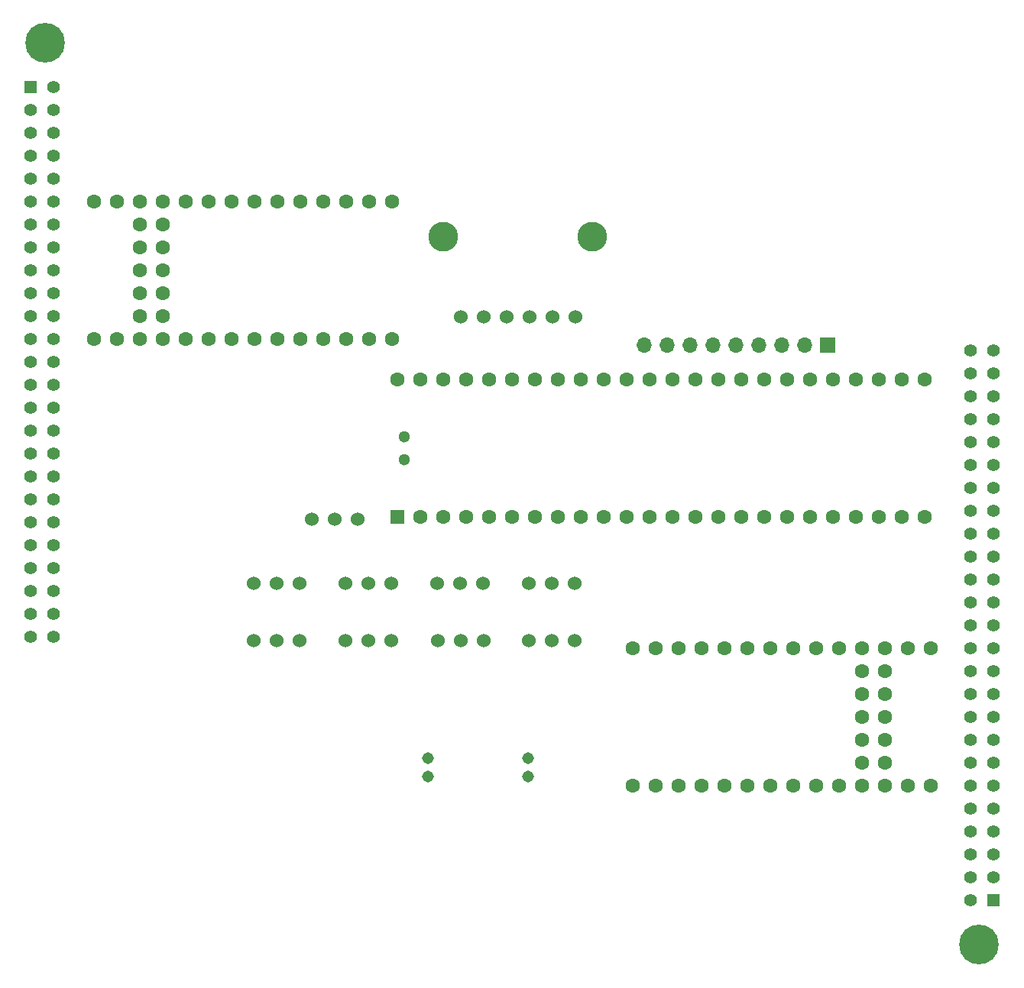
<source format=gbr>
%TF.GenerationSoftware,KiCad,Pcbnew,(6.0.5)*%
%TF.CreationDate,2022-07-10T16:44:07-04:00*%
%TF.ProjectId,64-STEPPER-CONTROLLER,36342d53-5445-4505-9045-522d434f4e54,rev?*%
%TF.SameCoordinates,Original*%
%TF.FileFunction,Soldermask,Bot*%
%TF.FilePolarity,Negative*%
%FSLAX46Y46*%
G04 Gerber Fmt 4.6, Leading zero omitted, Abs format (unit mm)*
G04 Created by KiCad (PCBNEW (6.0.5)) date 2022-07-10 16:44:07*
%MOMM*%
%LPD*%
G01*
G04 APERTURE LIST*
%ADD10C,1.524000*%
%ADD11R,1.600000X1.600000*%
%ADD12C,1.600000*%
%ADD13C,1.300000*%
%ADD14C,3.300000*%
%ADD15C,4.400000*%
%ADD16C,1.308000*%
%ADD17R,1.700000X1.700000*%
%ADD18O,1.700000X1.700000*%
%ADD19R,1.390000X1.390000*%
%ADD20C,1.390000*%
G04 APERTURE END LIST*
D10*
%TO.C,J3*%
X123115000Y-95040000D03*
X120575000Y-95040000D03*
X118035000Y-95040000D03*
%TD*%
D11*
%TO.C,U3*%
X133985000Y-87630000D03*
D12*
X136525000Y-87630000D03*
X139065000Y-87630000D03*
X141605000Y-87630000D03*
X144145000Y-87630000D03*
X146685000Y-87630000D03*
X149225000Y-87630000D03*
X151765000Y-87630000D03*
X154305000Y-87630000D03*
X156845000Y-87630000D03*
X159385000Y-87630000D03*
X161925000Y-87630000D03*
X164465000Y-87630000D03*
X167005000Y-87630000D03*
X169545000Y-87630000D03*
X172085000Y-87630000D03*
X174625000Y-87630000D03*
X177165000Y-87630000D03*
X179705000Y-87630000D03*
X182245000Y-87630000D03*
X184785000Y-87630000D03*
X187325000Y-87630000D03*
X189865000Y-87630000D03*
X192405000Y-87630000D03*
X192405000Y-72390000D03*
X189865000Y-72390000D03*
X187325000Y-72390000D03*
X184785000Y-72390000D03*
X182245000Y-72390000D03*
X179705000Y-72390000D03*
X177165000Y-72390000D03*
X174625000Y-72390000D03*
X172085000Y-72390000D03*
X169545000Y-72390000D03*
X167005000Y-72390000D03*
X164465000Y-72390000D03*
X161925000Y-72390000D03*
X159385000Y-72390000D03*
X156845000Y-72390000D03*
X154305000Y-72390000D03*
X151765000Y-72390000D03*
X149225000Y-72390000D03*
X146685000Y-72390000D03*
X144145000Y-72390000D03*
X141605000Y-72390000D03*
X139065000Y-72390000D03*
X136525000Y-72390000D03*
X133985000Y-72390000D03*
D13*
X134715000Y-78740000D03*
X134715000Y-81280000D03*
%TD*%
D10*
%TO.C,J7*%
X123115000Y-101390000D03*
X120575000Y-101390000D03*
X118035000Y-101390000D03*
%TD*%
%TO.C,J6*%
X153595000Y-95040000D03*
X151055000Y-95040000D03*
X148515000Y-95040000D03*
%TD*%
D12*
%TO.C,U4*%
X133350000Y-52705000D03*
X130810000Y-52705000D03*
X128270000Y-52705000D03*
X125730000Y-52705000D03*
X123190000Y-52705000D03*
X120650000Y-52705000D03*
X118110000Y-52705000D03*
X115570000Y-52705000D03*
X113030000Y-52705000D03*
X110490000Y-52705000D03*
X107950000Y-52705000D03*
X105410000Y-52705000D03*
X102870000Y-52705000D03*
X100330000Y-52705000D03*
X100330000Y-67945000D03*
X102870000Y-67945000D03*
X105410000Y-67945000D03*
X107950000Y-67945000D03*
X110490000Y-67945000D03*
X113030000Y-67945000D03*
X115570000Y-67945000D03*
X118110000Y-67945000D03*
X120650000Y-67945000D03*
X123190000Y-67945000D03*
X125730000Y-67945000D03*
X128270000Y-67945000D03*
X130810000Y-67945000D03*
X133350000Y-67945000D03*
X105410000Y-65405000D03*
X107950000Y-65405000D03*
X105410000Y-62865000D03*
X107950000Y-62865000D03*
X105410000Y-60325000D03*
X107950000Y-60325000D03*
X105410000Y-57785000D03*
X107950000Y-57785000D03*
X105410000Y-55245000D03*
X107950000Y-55245000D03*
%TD*%
D10*
%TO.C,U2*%
X153670000Y-65470000D03*
X151130000Y-65470000D03*
X148590000Y-65470000D03*
X146050000Y-65470000D03*
X143510000Y-65470000D03*
X140970000Y-65470000D03*
D14*
X155575000Y-56580000D03*
X139065000Y-56580000D03*
%TD*%
D15*
%TO.C,J15*%
X198424800Y-135077200D03*
%TD*%
D10*
%TO.C,J11*%
X153595000Y-101390000D03*
X151055000Y-101390000D03*
X148515000Y-101390000D03*
%TD*%
%TO.C,J12*%
X124460000Y-87884000D03*
X127000000Y-87884000D03*
X129540000Y-87884000D03*
%TD*%
D16*
%TO.C,J10*%
X137325000Y-114430000D03*
X137325000Y-116430000D03*
X148425000Y-114430000D03*
X148425000Y-116430000D03*
%TD*%
D10*
%TO.C,J8*%
X133275000Y-101390000D03*
X130735000Y-101390000D03*
X128195000Y-101390000D03*
%TD*%
%TO.C,J4*%
X133275000Y-95040000D03*
X130735000Y-95040000D03*
X128195000Y-95040000D03*
%TD*%
%TO.C,J5*%
X143435000Y-95040000D03*
X140895000Y-95040000D03*
X138355000Y-95040000D03*
%TD*%
D12*
%TO.C,U1*%
X160020000Y-117475000D03*
X162560000Y-117475000D03*
X165100000Y-117475000D03*
X167640000Y-117475000D03*
X170180000Y-117475000D03*
X172720000Y-117475000D03*
X175260000Y-117475000D03*
X177800000Y-117475000D03*
X180340000Y-117475000D03*
X182880000Y-117475000D03*
X185420000Y-117475000D03*
X187960000Y-117475000D03*
X190500000Y-117475000D03*
X193040000Y-117475000D03*
X193040000Y-102235000D03*
X190500000Y-102235000D03*
X187960000Y-102235000D03*
X185420000Y-102235000D03*
X182880000Y-102235000D03*
X180340000Y-102235000D03*
X177800000Y-102235000D03*
X175260000Y-102235000D03*
X172720000Y-102235000D03*
X170180000Y-102235000D03*
X167640000Y-102235000D03*
X165100000Y-102235000D03*
X162560000Y-102235000D03*
X160020000Y-102235000D03*
X187960000Y-104775000D03*
X185420000Y-104775000D03*
X187960000Y-107315000D03*
X185420000Y-107315000D03*
X187960000Y-109855000D03*
X185420000Y-109855000D03*
X187960000Y-112395000D03*
X185420000Y-112395000D03*
X187960000Y-114935000D03*
X185420000Y-114935000D03*
%TD*%
D17*
%TO.C,J13*%
X181610000Y-68580000D03*
D18*
X179070000Y-68580000D03*
X176530000Y-68580000D03*
X173990000Y-68580000D03*
X171450000Y-68580000D03*
X168910000Y-68580000D03*
X166370000Y-68580000D03*
X163830000Y-68580000D03*
X161290000Y-68580000D03*
%TD*%
D10*
%TO.C,J9*%
X143510000Y-101390000D03*
X140970000Y-101390000D03*
X138430000Y-101390000D03*
%TD*%
D15*
%TO.C,J14*%
X94945200Y-35102800D03*
%TD*%
D19*
%TO.C,J2*%
X93345000Y-40005000D03*
D20*
X95885000Y-40005000D03*
X93345000Y-42545000D03*
X95885000Y-42545000D03*
X93345000Y-45085000D03*
X95885000Y-45085000D03*
X93345000Y-47625000D03*
X95885000Y-47625000D03*
X93345000Y-50165000D03*
X95885000Y-50165000D03*
X93345000Y-52705000D03*
X95885000Y-52705000D03*
X93345000Y-55245000D03*
X95885000Y-55245000D03*
X93345000Y-57785000D03*
X95885000Y-57785000D03*
X93345000Y-60325000D03*
X95885000Y-60325000D03*
X93345000Y-62865000D03*
X95885000Y-62865000D03*
X93345000Y-65405000D03*
X95885000Y-65405000D03*
X93345000Y-67945000D03*
X95885000Y-67945000D03*
X93345000Y-70485000D03*
X95885000Y-70485000D03*
X93345000Y-73025000D03*
X95885000Y-73025000D03*
X93345000Y-75565000D03*
X95885000Y-75565000D03*
X93345000Y-78105000D03*
X95885000Y-78105000D03*
X93345000Y-80645000D03*
X95885000Y-80645000D03*
X93345000Y-83185000D03*
X95885000Y-83185000D03*
X93345000Y-85725000D03*
X95885000Y-85725000D03*
X93345000Y-88265000D03*
X95885000Y-88265000D03*
X93345000Y-90805000D03*
X95885000Y-90805000D03*
X93345000Y-93345000D03*
X95885000Y-93345000D03*
X93345000Y-95885000D03*
X95885000Y-95885000D03*
X93345000Y-98425000D03*
X95885000Y-98425000D03*
X93345000Y-100965000D03*
X95885000Y-100965000D03*
%TD*%
D19*
%TO.C,J1*%
X200025000Y-130175000D03*
D20*
X197485000Y-130175000D03*
X200025000Y-127635000D03*
X197485000Y-127635000D03*
X200025000Y-125095000D03*
X197485000Y-125095000D03*
X200025000Y-122555000D03*
X197485000Y-122555000D03*
X200025000Y-120015000D03*
X197485000Y-120015000D03*
X200025000Y-117475000D03*
X197485000Y-117475000D03*
X200025000Y-114935000D03*
X197485000Y-114935000D03*
X200025000Y-112395000D03*
X197485000Y-112395000D03*
X200025000Y-109855000D03*
X197485000Y-109855000D03*
X200025000Y-107315000D03*
X197485000Y-107315000D03*
X200025000Y-104775000D03*
X197485000Y-104775000D03*
X200025000Y-102235000D03*
X197485000Y-102235000D03*
X200025000Y-99695000D03*
X197485000Y-99695000D03*
X200025000Y-97155000D03*
X197485000Y-97155000D03*
X200025000Y-94615000D03*
X197485000Y-94615000D03*
X200025000Y-92075000D03*
X197485000Y-92075000D03*
X200025000Y-89535000D03*
X197485000Y-89535000D03*
X200025000Y-86995000D03*
X197485000Y-86995000D03*
X200025000Y-84455000D03*
X197485000Y-84455000D03*
X200025000Y-81915000D03*
X197485000Y-81915000D03*
X200025000Y-79375000D03*
X197485000Y-79375000D03*
X200025000Y-76835000D03*
X197485000Y-76835000D03*
X200025000Y-74295000D03*
X197485000Y-74295000D03*
X200025000Y-71755000D03*
X197485000Y-71755000D03*
X200025000Y-69215000D03*
X197485000Y-69215000D03*
%TD*%
M02*

</source>
